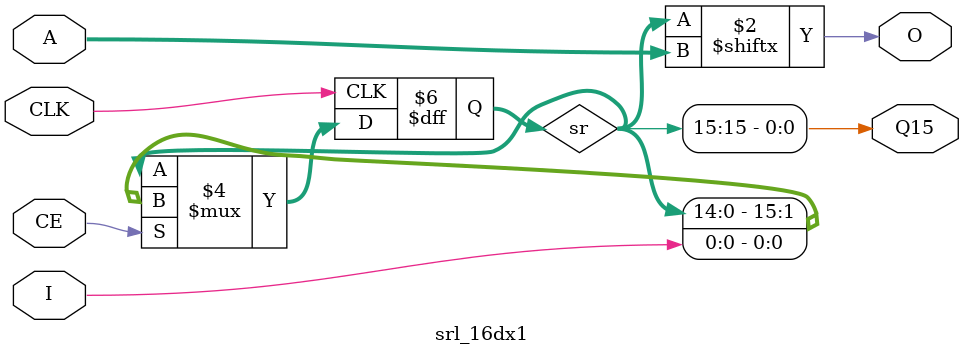
<source format=v>
`timescale 1ns / 1ps
module srl_16dx1(
	input CLK,
	input CE,
	input [3:0] A, //Address is 1 less than depth, ie. for 5 clocks A is 4
	input I,
	output O,
	output Q15
);

(* syn_srlstyle = "select_srl" *)

   reg [15:0] sr;
	initial begin
		sr = 16'h0000;
	end
   always @(posedge CLK)begin
      if (CE)
         sr <= {sr[14:0], I};
	end
   assign O = sr[A];
	assign Q15 = sr[15];

endmodule

</source>
